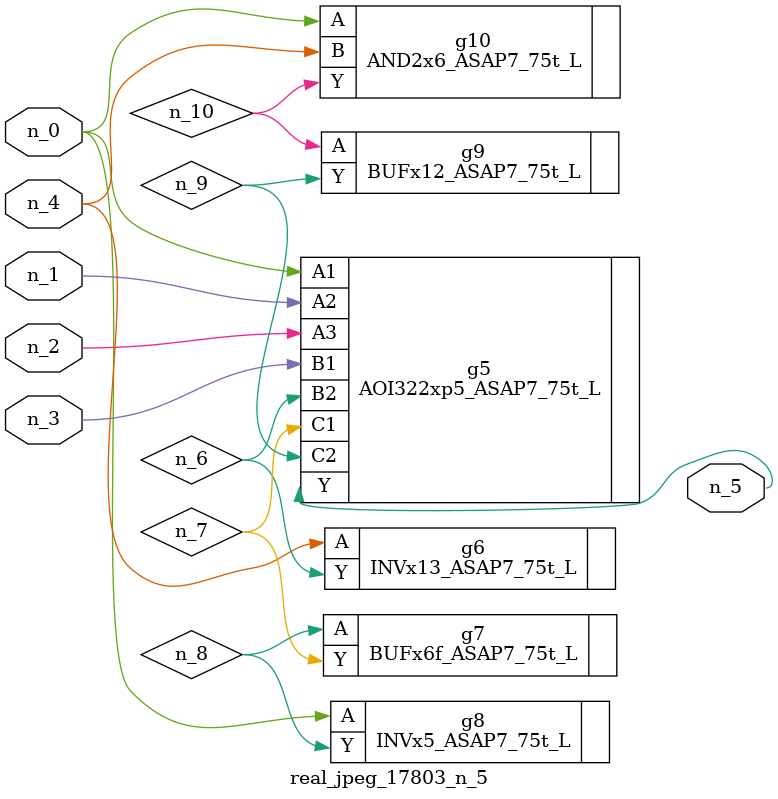
<source format=v>
module real_jpeg_17803_n_5 (n_4, n_0, n_1, n_2, n_3, n_5);

input n_4;
input n_0;
input n_1;
input n_2;
input n_3;

output n_5;

wire n_8;
wire n_6;
wire n_7;
wire n_10;
wire n_9;

AOI322xp5_ASAP7_75t_L g5 ( 
.A1(n_0),
.A2(n_1),
.A3(n_2),
.B1(n_3),
.B2(n_6),
.C1(n_7),
.C2(n_9),
.Y(n_5)
);

INVx5_ASAP7_75t_L g8 ( 
.A(n_0),
.Y(n_8)
);

AND2x6_ASAP7_75t_L g10 ( 
.A(n_0),
.B(n_4),
.Y(n_10)
);

INVx13_ASAP7_75t_L g6 ( 
.A(n_4),
.Y(n_6)
);

BUFx6f_ASAP7_75t_L g7 ( 
.A(n_8),
.Y(n_7)
);

BUFx12_ASAP7_75t_L g9 ( 
.A(n_10),
.Y(n_9)
);


endmodule
</source>
